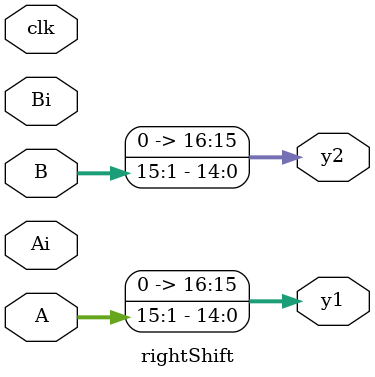
<source format=v>
module rightShift(clk, A, B, Ai, Bi, y1, y2);
  input [15:0] A, B, Ai, Bi;
  input clk;
  output reg [16:0] y1, y2;
  
  always @(clk)
    begin
      y1 <= A >> 1;
      y2 <= B >> 1;
    end
endmodule

</source>
